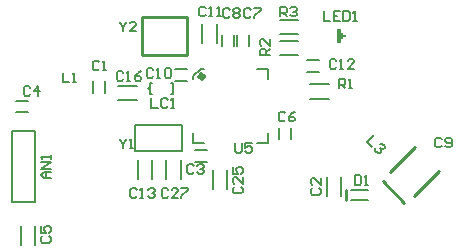
<source format=gto>
G04 Layer_Color=65535*
%FSLAX25Y25*%
%MOIN*%
G70*
G01*
G75*
%ADD28C,0.01000*%
%ADD29C,0.01575*%
%ADD39C,0.00500*%
%ADD40C,0.00600*%
%ADD41C,0.00800*%
%ADD42C,0.00787*%
%ADD43C,0.00700*%
%ADD44R,0.01000X0.02000*%
%ADD45R,0.01181X0.05000*%
%ADD46R,0.01500X0.01000*%
D28*
X61417Y67701D02*
Y80299D01*
X46654Y67701D02*
Y80299D01*
X61417D01*
X46654Y67701D02*
X61417D01*
X114508Y19425D02*
Y22575D01*
X126713Y25497D02*
X133951Y18259D01*
X137153Y20626D02*
X145504Y28977D01*
X129079Y28699D02*
X137431Y37051D01*
D29*
X67024Y60469D02*
G03*
X67024Y60469I-689J0D01*
G01*
D39*
X49098Y57200D02*
G03*
X49098Y55800I0J-700D01*
G01*
X49197Y56850D02*
G03*
X49197Y56150I0J-350D01*
G01*
X3098Y42311D02*
X10972D01*
Y18689D02*
Y42311D01*
X3098Y18689D02*
X10972D01*
X3098D02*
Y42311D01*
X49295Y54532D02*
X49787D01*
X49295Y58469D02*
X49787D01*
X56283Y54532D02*
X56776D01*
X56283Y58469D02*
X56776D01*
Y54532D02*
Y58469D01*
X49295Y54532D02*
Y58469D01*
X4598Y48531D02*
X8535D01*
X4598Y52468D02*
X8535D01*
X57567Y59031D02*
X61504D01*
X57567Y62968D02*
X61504D01*
X96004Y39531D02*
Y43468D01*
X92067Y39531D02*
Y43468D01*
X78067Y70531D02*
Y74468D01*
X82004Y70531D02*
Y74468D01*
X30067Y55032D02*
Y58969D01*
X34004Y55032D02*
Y58969D01*
X73067Y70531D02*
Y74468D01*
X77004Y70531D02*
Y74468D01*
X64067Y32032D02*
X68004D01*
X64067Y35969D02*
X68004D01*
X101567Y65969D02*
X105504D01*
X101567Y62032D02*
X105504D01*
D40*
X92335Y67600D02*
X98635Y67600D01*
X92335Y72400D02*
X98635Y72400D01*
X92335Y74600D02*
X98635Y74600D01*
X92335Y79400D02*
X98635Y79400D01*
X102436Y53100D02*
X108735D01*
X102436Y57900D02*
X108735D01*
X10935Y4300D02*
Y10599D01*
X6135Y4300D02*
Y10599D01*
X38436Y57400D02*
X44735D01*
X38436Y52600D02*
X44735D01*
X74935Y22901D02*
Y29200D01*
X70135Y22901D02*
Y29200D01*
X59435Y32700D02*
X59435Y26401D01*
X54635D02*
X54635Y32700D01*
X66635Y78099D02*
X66635Y71800D01*
X71435D02*
X71435Y78099D01*
X108135Y27099D02*
X108135Y20800D01*
X112935D02*
X112935Y27099D01*
X49935Y32700D02*
X49935Y26401D01*
X45135Y26401D02*
Y32700D01*
X116279Y22772D02*
X121791D01*
X116279Y19228D02*
X121791D01*
D41*
X44240Y44252D02*
X59831D01*
X44240Y35748D02*
X59831D01*
X59831Y44252D01*
X44240Y35748D02*
X44240Y44252D01*
D42*
X84894Y63069D02*
X88435D01*
Y59528D02*
Y63069D01*
Y38269D02*
Y41811D01*
X84894Y38269D02*
X88435D01*
X63634D02*
Y41811D01*
Y38269D02*
X67177D01*
X63634Y59528D02*
Y60668D01*
X66035Y63069D01*
X67177D01*
D43*
X77535Y38299D02*
Y35550D01*
X78085Y35000D01*
X79185D01*
X79735Y35550D01*
Y38299D01*
X83034D02*
X80834D01*
Y36650D01*
X81934Y37199D01*
X82484D01*
X83034Y36650D01*
Y35550D01*
X82484Y35000D01*
X81384D01*
X80834Y35550D01*
X123868Y40833D02*
X121535Y38500D01*
X123091Y36945D01*
X125812Y38111D02*
X126590D01*
X127367Y37334D01*
Y36556D01*
X126978Y36167D01*
X126201D01*
X125812Y36556D01*
X126201Y36167D01*
X126201Y35390D01*
X125812Y35001D01*
X125034D01*
X124257Y35778D01*
Y36556D01*
X44735Y22749D02*
X44185Y23299D01*
X43085D01*
X42535Y22749D01*
Y20550D01*
X43085Y20000D01*
X44185D01*
X44735Y20550D01*
X45834Y20000D02*
X46934D01*
X46384D01*
Y23299D01*
X45834Y22749D01*
X48583D02*
X49133Y23299D01*
X50233D01*
X50783Y22749D01*
Y22199D01*
X50233Y21650D01*
X49683D01*
X50233D01*
X50783Y21100D01*
Y20550D01*
X50233Y20000D01*
X49133D01*
X48583Y20550D01*
X111235Y65749D02*
X110685Y66299D01*
X109585D01*
X109035Y65749D01*
Y63550D01*
X109585Y63000D01*
X110685D01*
X111235Y63550D01*
X112334Y63000D02*
X113434D01*
X112884D01*
Y66299D01*
X112334Y65749D01*
X117283Y63000D02*
X115084D01*
X117283Y65199D01*
Y65749D01*
X116733Y66299D01*
X115633D01*
X115084Y65749D01*
X63735Y30749D02*
X63185Y31299D01*
X62085D01*
X61535Y30749D01*
Y28550D01*
X62085Y28000D01*
X63185D01*
X63735Y28550D01*
X64834Y30749D02*
X65384Y31299D01*
X66484D01*
X67034Y30749D01*
Y30199D01*
X66484Y29649D01*
X65934D01*
X66484D01*
X67034Y29100D01*
Y28550D01*
X66484Y28000D01*
X65384D01*
X64834Y28550D01*
X75735Y82749D02*
X75185Y83299D01*
X74085D01*
X73535Y82749D01*
Y80550D01*
X74085Y80000D01*
X75185D01*
X75735Y80550D01*
X76834Y82749D02*
X77384Y83299D01*
X78484D01*
X79034Y82749D01*
Y82199D01*
X78484Y81650D01*
X79034Y81100D01*
Y80550D01*
X78484Y80000D01*
X77384D01*
X76834Y80550D01*
Y81100D01*
X77384Y81650D01*
X76834Y82199D01*
Y82749D01*
X77384Y81650D02*
X78484D01*
X32235Y65249D02*
X31685Y65799D01*
X30585D01*
X30035Y65249D01*
Y63050D01*
X30585Y62500D01*
X31685D01*
X32235Y63050D01*
X33334Y62500D02*
X34434D01*
X33884D01*
Y65799D01*
X33334Y65249D01*
X103286Y23199D02*
X102736Y22649D01*
Y21550D01*
X103286Y21000D01*
X105486D01*
X106035Y21550D01*
Y22649D01*
X105486Y23199D01*
X106035Y26498D02*
Y24299D01*
X103836Y26498D01*
X103286D01*
X102736Y25948D01*
Y24849D01*
X103286Y24299D01*
X67735Y83249D02*
X67185Y83799D01*
X66085D01*
X65535Y83249D01*
Y81050D01*
X66085Y80500D01*
X67185D01*
X67735Y81050D01*
X68834Y80500D02*
X69934D01*
X69384D01*
Y83799D01*
X68834Y83249D01*
X71583Y80500D02*
X72683D01*
X72133D01*
Y83799D01*
X71583Y83249D01*
X82735Y82749D02*
X82185Y83299D01*
X81085D01*
X80535Y82749D01*
Y80550D01*
X81085Y80000D01*
X82185D01*
X82735Y80550D01*
X83834Y83299D02*
X86034D01*
Y82749D01*
X83834Y80550D01*
Y80000D01*
X94235Y48249D02*
X93685Y48799D01*
X92585D01*
X92035Y48249D01*
Y46050D01*
X92585Y45500D01*
X93685D01*
X94235Y46050D01*
X97534Y48799D02*
X96434Y48249D01*
X95334Y47150D01*
Y46050D01*
X95884Y45500D01*
X96984D01*
X97534Y46050D01*
Y46600D01*
X96984Y47150D01*
X95334D01*
X50235Y62749D02*
X49685Y63299D01*
X48585D01*
X48035Y62749D01*
Y60550D01*
X48585Y60000D01*
X49685D01*
X50235Y60550D01*
X51334Y60000D02*
X52434D01*
X51884D01*
Y63299D01*
X51334Y62749D01*
X54084D02*
X54633Y63299D01*
X55733D01*
X56283Y62749D01*
Y60550D01*
X55733Y60000D01*
X54633D01*
X54084Y60550D01*
Y62749D01*
X55235Y22749D02*
X54685Y23299D01*
X53585D01*
X53035Y22749D01*
Y20550D01*
X53585Y20000D01*
X54685D01*
X55235Y20550D01*
X58534Y20000D02*
X56334D01*
X58534Y22199D01*
Y22749D01*
X57984Y23299D01*
X56884D01*
X56334Y22749D01*
X59633Y23299D02*
X61833D01*
Y22749D01*
X59633Y20550D01*
Y20000D01*
X77286Y23699D02*
X76736Y23149D01*
Y22050D01*
X77286Y21500D01*
X79486D01*
X80035Y22050D01*
Y23149D01*
X79486Y23699D01*
X80035Y26998D02*
Y24799D01*
X77836Y26998D01*
X77286D01*
X76736Y26448D01*
Y25349D01*
X77286Y24799D01*
X76736Y30297D02*
Y28098D01*
X78386D01*
X77836Y29197D01*
Y29747D01*
X78386Y30297D01*
X79486D01*
X80035Y29747D01*
Y28648D01*
X79486Y28098D01*
X40235Y61749D02*
X39685Y62299D01*
X38585D01*
X38035Y61749D01*
Y59550D01*
X38585Y59000D01*
X39685D01*
X40235Y59550D01*
X41334Y59000D02*
X42434D01*
X41884D01*
Y62299D01*
X41334Y61749D01*
X46283Y62299D02*
X45183Y61749D01*
X44083Y60650D01*
Y59550D01*
X44633Y59000D01*
X45733D01*
X46283Y59550D01*
Y60100D01*
X45733Y60650D01*
X44083D01*
X13286Y7199D02*
X12736Y6650D01*
Y5550D01*
X13286Y5000D01*
X15486D01*
X16035Y5550D01*
Y6650D01*
X15486Y7199D01*
X12736Y10498D02*
Y8299D01*
X14386D01*
X13836Y9399D01*
Y9948D01*
X14386Y10498D01*
X15486D01*
X16035Y9948D01*
Y8849D01*
X15486Y8299D01*
X9235Y56749D02*
X8685Y57299D01*
X7585D01*
X7035Y56749D01*
Y54550D01*
X7585Y54000D01*
X8685D01*
X9235Y54550D01*
X11984Y54000D02*
Y57299D01*
X10334Y55650D01*
X12534D01*
X107035Y82299D02*
Y79000D01*
X109235D01*
X112534Y82299D02*
X110334D01*
Y79000D01*
X112534D01*
X110334Y80650D02*
X111434D01*
X113633Y82299D02*
Y79000D01*
X115283D01*
X115833Y79550D01*
Y81749D01*
X115283Y82299D01*
X113633D01*
X116932Y79000D02*
X118032D01*
X117482D01*
Y82299D01*
X116932Y81749D01*
X39035Y39799D02*
Y39249D01*
X40135Y38149D01*
X41235Y39249D01*
Y39799D01*
X40135Y38149D02*
Y36500D01*
X42334D02*
X43434D01*
X42884D01*
Y39799D01*
X42334Y39249D01*
X39035Y78799D02*
Y78249D01*
X40135Y77149D01*
X41235Y78249D01*
Y78799D01*
X40135Y77149D02*
Y75500D01*
X44534D02*
X42334D01*
X44534Y77699D01*
Y78249D01*
X43984Y78799D01*
X42884D01*
X42334Y78249D01*
X49535Y53299D02*
Y50000D01*
X51735D01*
X55034Y52749D02*
X54484Y53299D01*
X53384D01*
X52834Y52749D01*
Y50550D01*
X53384Y50000D01*
X54484D01*
X55034Y50550D01*
X56133Y50000D02*
X57233D01*
X56683D01*
Y53299D01*
X56133Y52749D01*
X112035Y56500D02*
Y59799D01*
X113685D01*
X114235Y59249D01*
Y58149D01*
X113685Y57600D01*
X112035D01*
X113135D02*
X114235Y56500D01*
X115334D02*
X116434D01*
X115884D01*
Y59799D01*
X115334Y59249D01*
X92535Y80500D02*
Y83799D01*
X94185D01*
X94735Y83249D01*
Y82149D01*
X94185Y81600D01*
X92535D01*
X93635D02*
X94735Y80500D01*
X95834Y83249D02*
X96384Y83799D01*
X97484D01*
X98034Y83249D01*
Y82699D01*
X97484Y82149D01*
X96934D01*
X97484D01*
X98034Y81600D01*
Y81050D01*
X97484Y80500D01*
X96384D01*
X95834Y81050D01*
X89035Y67500D02*
X85737D01*
Y69150D01*
X86286Y69699D01*
X87386D01*
X87936Y69150D01*
Y67500D01*
Y68600D02*
X89035Y69699D01*
Y72998D02*
Y70799D01*
X86836Y72998D01*
X86286D01*
X85737Y72448D01*
Y71349D01*
X86286Y70799D01*
X117365Y27694D02*
Y24395D01*
X119014D01*
X119564Y24945D01*
Y27144D01*
X119014Y27694D01*
X117365D01*
X120664Y24395D02*
X121764D01*
X121214D01*
Y27694D01*
X120664Y27144D01*
X16035Y26500D02*
X13836D01*
X12736Y27600D01*
X13836Y28699D01*
X16035D01*
X14386D01*
Y26500D01*
X16035Y29799D02*
X12736D01*
X16035Y31998D01*
X12736D01*
X16035Y33098D02*
Y34198D01*
Y33648D01*
X12736D01*
X13286Y33098D01*
X146491Y39587D02*
X145941Y40137D01*
X144842D01*
X144292Y39587D01*
Y37388D01*
X144842Y36838D01*
X145941D01*
X146491Y37388D01*
X147591D02*
X148141Y36838D01*
X149240D01*
X149790Y37388D01*
Y39587D01*
X149240Y40137D01*
X148141D01*
X147591Y39587D01*
Y39037D01*
X148141Y38488D01*
X149790D01*
X20035Y61799D02*
Y58500D01*
X22235D01*
X23334D02*
X24434D01*
X23884D01*
Y61799D01*
X23334Y61249D01*
D44*
X113035Y74000D02*
D03*
D45*
X112126D02*
D03*
D46*
X113786Y74000D02*
D03*
M02*

</source>
